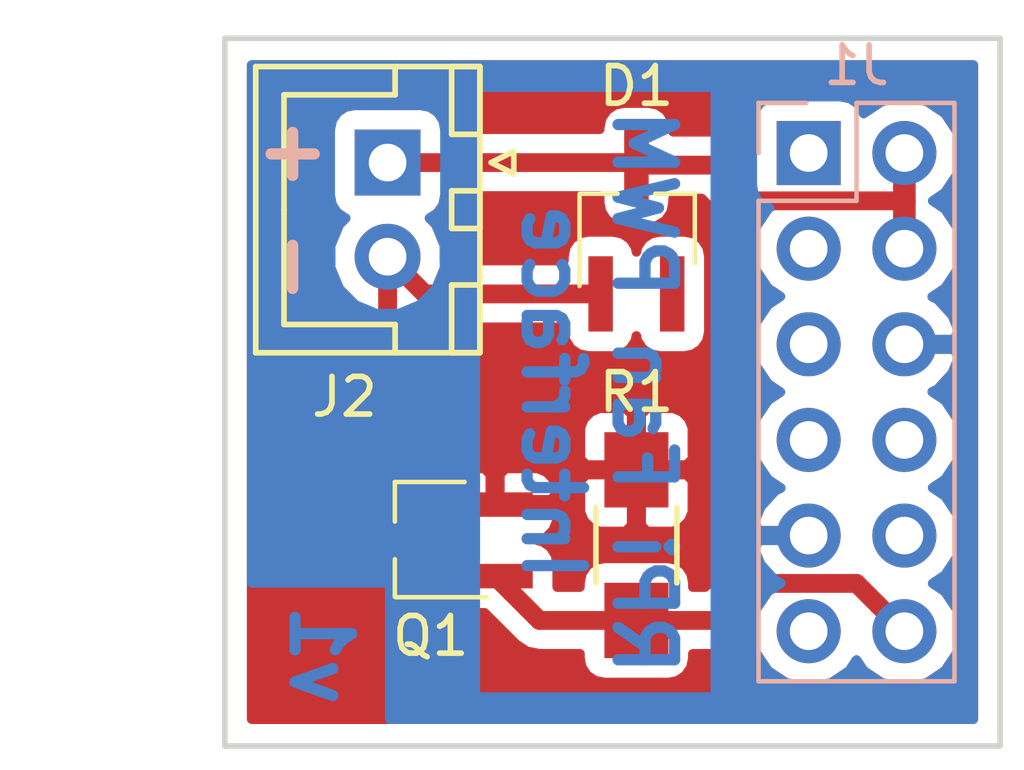
<source format=kicad_pcb>
(kicad_pcb (version 4) (host pcbnew 4.0.6)

  (general
    (links 10)
    (no_connects 0)
    (area 109.144999 87.046999 129.869001 105.993001)
    (thickness 1.6)
    (drawings 7)
    (tracks 18)
    (zones 0)
    (modules 5)
    (nets 13)
  )

  (page A4)
  (layers
    (0 Top signal)
    (31 Bottom signal)
    (34 B.Paste user)
    (35 F.Paste user)
    (36 B.SilkS user)
    (37 F.SilkS user)
    (38 B.Mask user)
    (39 F.Mask user)
    (40 Dwgs.User user)
    (41 Cmts.User user)
    (42 Eco1.User user)
    (43 Eco2.User user)
    (44 Edge.Cuts user)
    (45 Margin user)
    (47 F.CrtYd user)
    (49 F.Fab user)
  )

  (setup
    (last_trace_width 0.006)
    (trace_clearance 0.006)
    (zone_clearance 0.508)
    (zone_45_only yes)
    (trace_min 0.006)
    (segment_width 0.2)
    (edge_width 0.15)
    (via_size 0.027)
    (via_drill 0.013)
    (via_min_size 0.027)
    (via_min_drill 0.013)
    (uvia_size 0.03)
    (uvia_drill 0.02)
    (uvias_allowed no)
    (uvia_min_size 0)
    (uvia_min_drill 0)
    (pcb_text_width 0.3)
    (pcb_text_size 1.5 1.5)
    (mod_edge_width 0.15)
    (mod_text_size 1 1)
    (mod_text_width 0.15)
    (pad_size 1.524 1.524)
    (pad_drill 0.762)
    (pad_to_mask_clearance 0.2)
    (aux_axis_origin 0 0)
    (visible_elements FFFFFF7F)
    (pcbplotparams
      (layerselection 0x00030_80000001)
      (usegerberextensions false)
      (excludeedgelayer true)
      (linewidth 0.100000)
      (plotframeref false)
      (viasonmask false)
      (mode 1)
      (useauxorigin false)
      (hpglpennumber 1)
      (hpglpenspeed 20)
      (hpglpendiameter 15)
      (hpglpenoverlay 2)
      (psnegative false)
      (psa4output false)
      (plotreference true)
      (plotvalue true)
      (plotinvisibletext false)
      (padsonsilk false)
      (subtractmaskfromsilk false)
      (outputformat 1)
      (mirror false)
      (drillshape 1)
      (scaleselection 1)
      (outputdirectory ""))
  )

  (net 0 "")
  (net 1 +5V)
  (net 2 "Net-(D1-Pad2)")
  (net 3 +3V3)
  (net 4 "Net-(J1-Pad3)")
  (net 5 "Net-(J1-Pad5)")
  (net 6 GND)
  (net 7 "Net-(J1-Pad7)")
  (net 8 "Net-(J1-Pad8)")
  (net 9 "Net-(J1-Pad10)")
  (net 10 "Net-(J1-Pad11)")
  (net 11 "Net-(J1-Pad12)")
  (net 12 "Net-(D1-Pad1)")

  (net_class Default "This is the default net class."
    (clearance 0.006)
    (trace_width 0.006)
    (via_dia 0.027)
    (via_drill 0.013)
    (uvia_dia 0.03)
    (uvia_drill 0.02)
  )

  (net_class pwr ""
    (clearance 0.06)
    (trace_width 0.5)
    (via_dia 0.027)
    (via_drill 0.013)
    (uvia_dia 0.03)
    (uvia_drill 0.02)
    (add_net +3V3)
    (add_net +5V)
    (add_net GND)
    (add_net "Net-(D1-Pad1)")
    (add_net "Net-(J1-Pad10)")
    (add_net "Net-(J1-Pad11)")
    (add_net "Net-(J1-Pad12)")
    (add_net "Net-(J1-Pad3)")
    (add_net "Net-(J1-Pad5)")
    (add_net "Net-(J1-Pad7)")
    (add_net "Net-(J1-Pad8)")
  )

  (net_class sig ""
    (clearance 0.03)
    (trace_width 0.45)
    (via_dia 0.027)
    (via_drill 0.013)
    (uvia_dia 0.03)
    (uvia_drill 0.02)
    (add_net "Net-(D1-Pad2)")
  )

  (module TO_SOT_Packages_SMD:TSOT-23_HandSoldering (layer Top) (tedit 595EB9D0) (tstamp 596E1AF5)
    (at 120.142 92.202 90)
    (descr "5-pin TSOT23 package, http://cds.linear.com/docs/en/packaging/SOT_5_05-08-1635.pdf")
    (tags "TSOT-23 Hand-soldering")
    (path /5959CCA6)
    (attr smd)
    (fp_text reference D1 (at 3.81 0 360) (layer F.SilkS)
      (effects (font (size 1 1) (thickness 0.15)))
    )
    (fp_text value Schottky (at 0.127 -1.016 90) (layer F.Fab)
      (effects (font (size 1 1) (thickness 0.15)))
    )
    (fp_line (start 0.95 0.5) (end 0.95 1.55) (layer F.SilkS) (width 0.12))
    (fp_line (start 0.95 1.55) (end -0.9 1.55) (layer F.SilkS) (width 0.12))
    (fp_line (start 0.95 -1.5) (end 0.95 -0.5) (layer F.SilkS) (width 0.12))
    (fp_line (start 0.93 -1.51) (end -1.5 -1.51) (layer F.SilkS) (width 0.12))
    (fp_line (start -0.88 -1) (end -0.43 -1.45) (layer F.Fab) (width 0.1))
    (fp_line (start 0.88 -1.45) (end -0.43 -1.45) (layer F.Fab) (width 0.1))
    (fp_line (start -0.88 -1) (end -0.88 1.45) (layer F.Fab) (width 0.1))
    (fp_line (start 0.88 1.45) (end -0.88 1.45) (layer F.Fab) (width 0.1))
    (fp_line (start 0.88 -1.45) (end 0.88 1.45) (layer F.Fab) (width 0.1))
    (fp_line (start -2.96 -1.7) (end 2.96 -1.7) (layer F.CrtYd) (width 0.05))
    (fp_line (start -2.96 -1.7) (end -2.96 1.7) (layer F.CrtYd) (width 0.05))
    (fp_line (start 2.96 1.7) (end 2.96 -1.7) (layer F.CrtYd) (width 0.05))
    (fp_line (start 2.96 1.7) (end -2.96 1.7) (layer F.CrtYd) (width 0.05))
    (pad 1 smd rect (at -1.71 -0.95 90) (size 2 0.65) (layers Top F.Paste F.Mask)
      (net 12 "Net-(D1-Pad1)"))
    (pad 2 smd rect (at -1.71 0.95 90) (size 2 0.65) (layers Top F.Paste F.Mask)
      (net 2 "Net-(D1-Pad2)"))
    (pad 3 smd rect (at 1.71 0 90) (size 2 0.65) (layers Top F.Paste F.Mask)
      (net 1 +5V))
  )

  (module Connectors_JST:JST_XH_B02B-XH-A_02x2.50mm_Straight (layer Top) (tedit 595EB8BB) (tstamp 596E1B54)
    (at 113.538 90.424 270)
    (descr "JST XH series connector, B02B-XH-A, top entry type, through hole")
    (tags "connector jst xh tht top vertical 2.50mm")
    (path /5959CC43)
    (fp_text reference J2 (at 6.223 1.143 360) (layer F.SilkS)
      (effects (font (size 1 1) (thickness 0.15)))
    )
    (fp_text value JST_XH_01X02 (at 2.413 4.445 270) (layer F.Fab)
      (effects (font (size 1 1) (thickness 0.15)))
    )
    (fp_line (start -2.95 -2.85) (end -2.95 3.9) (layer F.CrtYd) (width 0.05))
    (fp_line (start -2.95 3.9) (end 5.45 3.9) (layer F.CrtYd) (width 0.05))
    (fp_line (start 5.45 3.9) (end 5.45 -2.85) (layer F.CrtYd) (width 0.05))
    (fp_line (start 5.45 -2.85) (end -2.95 -2.85) (layer F.CrtYd) (width 0.05))
    (fp_line (start -2.55 -2.45) (end -2.55 3.5) (layer F.SilkS) (width 0.15))
    (fp_line (start -2.55 3.5) (end 5.05 3.5) (layer F.SilkS) (width 0.15))
    (fp_line (start 5.05 3.5) (end 5.05 -2.45) (layer F.SilkS) (width 0.15))
    (fp_line (start 5.05 -2.45) (end -2.55 -2.45) (layer F.SilkS) (width 0.15))
    (fp_line (start 0.75 -2.45) (end 0.75 -1.7) (layer F.SilkS) (width 0.15))
    (fp_line (start 0.75 -1.7) (end 1.75 -1.7) (layer F.SilkS) (width 0.15))
    (fp_line (start 1.75 -1.7) (end 1.75 -2.45) (layer F.SilkS) (width 0.15))
    (fp_line (start 1.75 -2.45) (end 0.75 -2.45) (layer F.SilkS) (width 0.15))
    (fp_line (start -2.55 -2.45) (end -2.55 -1.7) (layer F.SilkS) (width 0.15))
    (fp_line (start -2.55 -1.7) (end -0.75 -1.7) (layer F.SilkS) (width 0.15))
    (fp_line (start -0.75 -1.7) (end -0.75 -2.45) (layer F.SilkS) (width 0.15))
    (fp_line (start -0.75 -2.45) (end -2.55 -2.45) (layer F.SilkS) (width 0.15))
    (fp_line (start 3.25 -2.45) (end 3.25 -1.7) (layer F.SilkS) (width 0.15))
    (fp_line (start 3.25 -1.7) (end 5.05 -1.7) (layer F.SilkS) (width 0.15))
    (fp_line (start 5.05 -1.7) (end 5.05 -2.45) (layer F.SilkS) (width 0.15))
    (fp_line (start 5.05 -2.45) (end 3.25 -2.45) (layer F.SilkS) (width 0.15))
    (fp_line (start -2.55 -0.2) (end -1.8 -0.2) (layer F.SilkS) (width 0.15))
    (fp_line (start -1.8 -0.2) (end -1.8 2.75) (layer F.SilkS) (width 0.15))
    (fp_line (start -1.8 2.75) (end 1.25 2.75) (layer F.SilkS) (width 0.15))
    (fp_line (start 5.05 -0.2) (end 4.3 -0.2) (layer F.SilkS) (width 0.15))
    (fp_line (start 4.3 -0.2) (end 4.3 2.75) (layer F.SilkS) (width 0.15))
    (fp_line (start 4.3 2.75) (end 1.25 2.75) (layer F.SilkS) (width 0.15))
    (fp_line (start 0 -2.75) (end -0.3 -3.35) (layer F.SilkS) (width 0.15))
    (fp_line (start -0.3 -3.35) (end 0.3 -3.35) (layer F.SilkS) (width 0.15))
    (fp_line (start 0.3 -3.35) (end 0 -2.75) (layer F.SilkS) (width 0.15))
    (pad 1 thru_hole rect (at 0 0 270) (size 1.75 1.75) (drill 1) (layers *.Cu *.Mask)
      (net 1 +5V))
    (pad 2 thru_hole circle (at 2.5 0 270) (size 1.75 1.75) (drill 1) (layers *.Cu *.Mask)
      (net 12 "Net-(D1-Pad1)"))
    (model Connectors_JST.3dshapes/JST_XH_B02B-XH-A_02x2.50mm_Straight.wrl
      (at (xyz 0 0 0))
      (scale (xyz 1 1 1))
      (rotate (xyz 0 0 0))
    )
  )

  (module TO_SOT_Packages_SMD:TSOT-23_HandSoldering (layer Top) (tedit 595EBC9F) (tstamp 596E1B68)
    (at 114.681 100.457 180)
    (descr "5-pin TSOT23 package, http://cds.linear.com/docs/en/packaging/SOT_5_05-08-1635.pdf")
    (tags "TSOT-23 Hand-soldering")
    (path /5959C9B5)
    (attr smd)
    (fp_text reference Q1 (at 0 -2.54 360) (layer F.SilkS)
      (effects (font (size 1 1) (thickness 0.15)))
    )
    (fp_text value MOSFET (at 0.127 0.889 180) (layer F.Fab)
      (effects (font (size 1 1) (thickness 0.15)))
    )
    (fp_line (start 0.95 0.5) (end 0.95 1.55) (layer F.SilkS) (width 0.12))
    (fp_line (start 0.95 1.55) (end -0.9 1.55) (layer F.SilkS) (width 0.12))
    (fp_line (start 0.95 -1.5) (end 0.95 -0.5) (layer F.SilkS) (width 0.12))
    (fp_line (start 0.93 -1.51) (end -1.5 -1.51) (layer F.SilkS) (width 0.12))
    (fp_line (start -0.88 -1) (end -0.43 -1.45) (layer F.Fab) (width 0.1))
    (fp_line (start 0.88 -1.45) (end -0.43 -1.45) (layer F.Fab) (width 0.1))
    (fp_line (start -0.88 -1) (end -0.88 1.45) (layer F.Fab) (width 0.1))
    (fp_line (start 0.88 1.45) (end -0.88 1.45) (layer F.Fab) (width 0.1))
    (fp_line (start 0.88 -1.45) (end 0.88 1.45) (layer F.Fab) (width 0.1))
    (fp_line (start -2.96 -1.7) (end 2.96 -1.7) (layer F.CrtYd) (width 0.05))
    (fp_line (start -2.96 -1.7) (end -2.96 1.7) (layer F.CrtYd) (width 0.05))
    (fp_line (start 2.96 1.7) (end 2.96 -1.7) (layer F.CrtYd) (width 0.05))
    (fp_line (start 2.96 1.7) (end -2.96 1.7) (layer F.CrtYd) (width 0.05))
    (pad 1 smd rect (at -1.71 -0.95 180) (size 2 0.65) (layers Top F.Paste F.Mask)
      (net 11 "Net-(J1-Pad12)"))
    (pad 2 smd rect (at -1.71 0.95 180) (size 2 0.65) (layers Top F.Paste F.Mask)
      (net 6 GND))
    (pad 3 smd rect (at 1.71 0 180) (size 2 0.65) (layers Top F.Paste F.Mask)
      (net 12 "Net-(D1-Pad1)"))
  )

  (module Resistors_SMD:R_1206_HandSoldering (layer Top) (tedit 595EB8B1) (tstamp 596E1B78)
    (at 120.142 100.584 90)
    (descr "Resistor SMD 1206, hand soldering")
    (tags "resistor 1206")
    (path /5959CF6B)
    (attr smd)
    (fp_text reference R1 (at 4.064 0 180) (layer F.SilkS)
      (effects (font (size 1 1) (thickness 0.15)))
    )
    (fp_text value 100K (at 0 2.3 90) (layer F.Fab)
      (effects (font (size 1 1) (thickness 0.15)))
    )
    (fp_line (start -1.6 0.8) (end -1.6 -0.8) (layer F.Fab) (width 0.1))
    (fp_line (start 1.6 0.8) (end -1.6 0.8) (layer F.Fab) (width 0.1))
    (fp_line (start 1.6 -0.8) (end 1.6 0.8) (layer F.Fab) (width 0.1))
    (fp_line (start -1.6 -0.8) (end 1.6 -0.8) (layer F.Fab) (width 0.1))
    (fp_line (start -3.3 -1.2) (end 3.3 -1.2) (layer F.CrtYd) (width 0.05))
    (fp_line (start -3.3 1.2) (end 3.3 1.2) (layer F.CrtYd) (width 0.05))
    (fp_line (start -3.3 -1.2) (end -3.3 1.2) (layer F.CrtYd) (width 0.05))
    (fp_line (start 3.3 -1.2) (end 3.3 1.2) (layer F.CrtYd) (width 0.05))
    (fp_line (start 1 1.075) (end -1 1.075) (layer F.SilkS) (width 0.15))
    (fp_line (start -1 -1.075) (end 1 -1.075) (layer F.SilkS) (width 0.15))
    (pad 1 smd rect (at -2 0 90) (size 2 1.7) (layers Top F.Paste F.Mask)
      (net 11 "Net-(J1-Pad12)"))
    (pad 2 smd rect (at 2 0 90) (size 2 1.7) (layers Top F.Paste F.Mask)
      (net 6 GND))
    (model Resistors_SMD.3dshapes/R_1206_HandSoldering.wrl
      (at (xyz 0 0 0))
      (scale (xyz 1 1 1))
      (rotate (xyz 0 0 0))
    )
  )

  (module Socket_Strips:Socket_Strip_Straight_2x06_Pitch2.54mm (layer Bottom) (tedit 588DE958) (tstamp 599A493E)
    (at 124.714 90.17 180)
    (descr "Through hole straight socket strip, 2x06, 2.54mm pitch, double rows")
    (tags "Through hole socket strip THT 2x06 2.54mm double row")
    (path /5959C8A6)
    (fp_text reference J1 (at -1.27 2.33 180) (layer B.SilkS)
      (effects (font (size 1 1) (thickness 0.15)) (justify mirror))
    )
    (fp_text value CONN_02X06 (at -1.27 -15.03 180) (layer B.Fab)
      (effects (font (size 1 1) (thickness 0.15)) (justify mirror))
    )
    (fp_line (start -3.81 1.27) (end -3.81 -13.97) (layer B.Fab) (width 0.1))
    (fp_line (start -3.81 -13.97) (end 1.27 -13.97) (layer B.Fab) (width 0.1))
    (fp_line (start 1.27 -13.97) (end 1.27 1.27) (layer B.Fab) (width 0.1))
    (fp_line (start 1.27 1.27) (end -3.81 1.27) (layer B.Fab) (width 0.1))
    (fp_line (start 1.33 -1.27) (end 1.33 -14.03) (layer B.SilkS) (width 0.12))
    (fp_line (start 1.33 -14.03) (end -3.87 -14.03) (layer B.SilkS) (width 0.12))
    (fp_line (start -3.87 -14.03) (end -3.87 1.33) (layer B.SilkS) (width 0.12))
    (fp_line (start -3.87 1.33) (end -1.27 1.33) (layer B.SilkS) (width 0.12))
    (fp_line (start -1.27 1.33) (end -1.27 -1.27) (layer B.SilkS) (width 0.12))
    (fp_line (start -1.27 -1.27) (end 1.33 -1.27) (layer B.SilkS) (width 0.12))
    (fp_line (start 1.33 0) (end 1.33 1.33) (layer B.SilkS) (width 0.12))
    (fp_line (start 1.33 1.33) (end 0.06 1.33) (layer B.SilkS) (width 0.12))
    (fp_line (start -4.1 1.55) (end -4.1 -14.25) (layer B.CrtYd) (width 0.05))
    (fp_line (start -4.1 -14.25) (end 1.55 -14.25) (layer B.CrtYd) (width 0.05))
    (fp_line (start 1.55 -14.25) (end 1.55 1.55) (layer B.CrtYd) (width 0.05))
    (fp_line (start 1.55 1.55) (end -4.1 1.55) (layer B.CrtYd) (width 0.05))
    (pad 1 thru_hole rect (at 0 0 180) (size 1.7 1.7) (drill 1) (layers *.Cu *.Mask)
      (net 3 +3V3))
    (pad 2 thru_hole oval (at -2.54 0 180) (size 1.7 1.7) (drill 1) (layers *.Cu *.Mask)
      (net 1 +5V))
    (pad 3 thru_hole oval (at 0 -2.54 180) (size 1.7 1.7) (drill 1) (layers *.Cu *.Mask)
      (net 4 "Net-(J1-Pad3)"))
    (pad 4 thru_hole oval (at -2.54 -2.54 180) (size 1.7 1.7) (drill 1) (layers *.Cu *.Mask)
      (net 1 +5V))
    (pad 5 thru_hole oval (at 0 -5.08 180) (size 1.7 1.7) (drill 1) (layers *.Cu *.Mask)
      (net 5 "Net-(J1-Pad5)"))
    (pad 6 thru_hole oval (at -2.54 -5.08 180) (size 1.7 1.7) (drill 1) (layers *.Cu *.Mask)
      (net 6 GND))
    (pad 7 thru_hole oval (at 0 -7.62 180) (size 1.7 1.7) (drill 1) (layers *.Cu *.Mask)
      (net 7 "Net-(J1-Pad7)"))
    (pad 8 thru_hole oval (at -2.54 -7.62 180) (size 1.7 1.7) (drill 1) (layers *.Cu *.Mask)
      (net 8 "Net-(J1-Pad8)"))
    (pad 9 thru_hole oval (at 0 -10.16 180) (size 1.7 1.7) (drill 1) (layers *.Cu *.Mask)
      (net 6 GND))
    (pad 10 thru_hole oval (at -2.54 -10.16 180) (size 1.7 1.7) (drill 1) (layers *.Cu *.Mask)
      (net 9 "Net-(J1-Pad10)"))
    (pad 11 thru_hole oval (at 0 -12.7 180) (size 1.7 1.7) (drill 1) (layers *.Cu *.Mask)
      (net 10 "Net-(J1-Pad11)"))
    (pad 12 thru_hole oval (at -2.54 -12.7 180) (size 1.7 1.7) (drill 1) (layers *.Cu *.Mask)
      (net 11 "Net-(J1-Pad12)"))
    (model Socket_Strips.3dshapes/Socket_Strip_Straight_2x06_Pitch2.54mm.wrl
      (at (xyz -0.05 -0.25 0))
      (scale (xyz 1 1 1))
      (rotate (xyz 0 0 270))
    )
  )

  (gr_text "- +" (at 111.125 91.694 270) (layer B.SilkS)
    (effects (font (size 1.5 1.5) (thickness 0.3)) (justify mirror))
  )
  (gr_text v1 (at 111.76 103.505 270) (layer Bottom)
    (effects (font (size 1.5 1.5) (thickness 0.3)) (justify mirror))
  )
  (gr_text "RPi Fan PWM\nInterface" (at 119.126 96.52 270) (layer Bottom)
    (effects (font (size 1.5 1.5) (thickness 0.3)) (justify mirror))
  )
  (gr_line (start 109.22 87.122) (end 129.794 87.122) (angle 90) (layer Edge.Cuts) (width 0.15))
  (gr_line (start 109.22 105.918) (end 109.22 87.122) (angle 90) (layer Edge.Cuts) (width 0.15))
  (gr_line (start 129.794 105.918) (end 109.22 105.918) (angle 90) (layer Edge.Cuts) (width 0.15))
  (gr_line (start 129.794 87.122) (end 129.794 105.918) (angle 90) (layer Edge.Cuts) (width 0.15))

  (segment (start 113.538 90.424) (end 120.074 90.424) (width 0.5) (layer Top) (net 1))
  (segment (start 120.074 90.424) (end 120.142 90.492) (width 0.5) (layer Top) (net 1) (tstamp 59A2C4B7))
  (segment (start 120.142 90.492) (end 122.242 90.492) (width 0.5) (layer Top) (net 1) (tstamp 59A2C4B8))
  (segment (start 123.19 91.44) (end 127.254 91.44) (width 0.5) (layer Top) (net 1) (tstamp 59A2C3EE))
  (segment (start 122.242 90.492) (end 123.19 91.44) (width 0.5) (layer Top) (net 1) (tstamp 59A2C3ED))
  (segment (start 127.254 92.71) (end 127.254 91.44) (width 0.6) (layer Top) (net 1))
  (segment (start 127.254 91.44) (end 127.254 90.17) (width 0.6) (layer Top) (net 1) (tstamp 59A2C3F1))
  (segment (start 120.142 102.584) (end 117.568 102.584) (width 0.5) (layer Top) (net 11))
  (segment (start 117.568 102.584) (end 116.391 101.407) (width 0.5) (layer Top) (net 11) (tstamp 59A2C4D0))
  (segment (start 120.142 102.584) (end 122.333 102.584) (width 0.5) (layer Top) (net 11))
  (segment (start 122.333 102.584) (end 123.317 101.6) (width 0.5) (layer Top) (net 11) (tstamp 59A2C468))
  (segment (start 125.984 101.6) (end 127.254 102.87) (width 0.5) (layer Top) (net 11))
  (segment (start 125.984 101.6) (end 123.317 101.6) (width 0.5) (layer Top) (net 11) (tstamp 59A2C3D2))
  (segment (start 119.192 93.912) (end 114.526 93.912) (width 0.5) (layer Top) (net 12) (status 400000))
  (segment (start 114.526 93.912) (end 113.538 92.924) (width 0.5) (layer Top) (net 12) (tstamp 59A2C509) (status 800000))
  (segment (start 112.971 100.457) (end 112.971 97.341) (width 0.5) (layer Top) (net 12))
  (segment (start 113.538 96.774) (end 113.538 92.924) (width 0.5) (layer Top) (net 12) (tstamp 59A2C501))
  (segment (start 112.971 97.341) (end 113.538 96.774) (width 0.5) (layer Top) (net 12) (tstamp 59A2C500))

  (zone (net 6) (net_name GND) (layer Top) (tstamp 59915A1B) (hatch edge 0.508)
    (connect_pads (clearance 0.508))
    (min_thickness 0.254)
    (fill yes (arc_segments 16) (thermal_gap 0.508) (thermal_bridge_width 0.508))
    (polygon
      (pts
        (xy 130.429 86.106) (xy 130.429 106.553) (xy 103.251 106.553) (xy 103.251 86.106) (xy 103.886 86.106)
      )
    )
    (filled_polygon
      (pts
        (xy 129.084 105.208) (xy 109.93 105.208) (xy 109.93 100.132) (xy 111.32356 100.132) (xy 111.32356 100.782)
        (xy 111.367838 101.017317) (xy 111.50691 101.233441) (xy 111.71911 101.378431) (xy 111.971 101.42944) (xy 113.971 101.42944)
        (xy 114.206317 101.385162) (xy 114.422441 101.24609) (xy 114.567431 101.03389) (xy 114.61844 100.782) (xy 114.61844 100.132)
        (xy 114.574162 99.896683) (xy 114.43509 99.680559) (xy 114.22289 99.535569) (xy 113.971 99.48456) (xy 113.856 99.48456)
        (xy 113.856 99.05569) (xy 114.756 99.05569) (xy 114.756 99.22125) (xy 114.91475 99.38) (xy 116.264 99.38)
        (xy 116.264 98.70575) (xy 116.518 98.70575) (xy 116.518 99.38) (xy 117.86725 99.38) (xy 118.026 99.22125)
        (xy 118.026 99.05569) (xy 117.948982 98.86975) (xy 118.657 98.86975) (xy 118.657 99.710309) (xy 118.753673 99.943698)
        (xy 118.932301 100.122327) (xy 119.16569 100.219) (xy 119.85625 100.219) (xy 120.015 100.06025) (xy 120.015 98.711)
        (xy 120.269 98.711) (xy 120.269 100.06025) (xy 120.42775 100.219) (xy 121.11831 100.219) (xy 121.351699 100.122327)
        (xy 121.530327 99.943698) (xy 121.627 99.710309) (xy 121.627 98.86975) (xy 121.46825 98.711) (xy 120.269 98.711)
        (xy 120.015 98.711) (xy 118.81575 98.711) (xy 118.657 98.86975) (xy 117.948982 98.86975) (xy 117.929327 98.822301)
        (xy 117.750698 98.643673) (xy 117.517309 98.547) (xy 116.67675 98.547) (xy 116.518 98.70575) (xy 116.264 98.70575)
        (xy 116.10525 98.547) (xy 115.264691 98.547) (xy 115.031302 98.643673) (xy 114.852673 98.822301) (xy 114.756 99.05569)
        (xy 113.856 99.05569) (xy 113.856 97.70758) (xy 114.105888 97.457691) (xy 118.657 97.457691) (xy 118.657 98.29825)
        (xy 118.81575 98.457) (xy 120.015 98.457) (xy 120.015 97.10775) (xy 120.269 97.10775) (xy 120.269 98.457)
        (xy 121.46825 98.457) (xy 121.627 98.29825) (xy 121.627 97.457691) (xy 121.530327 97.224302) (xy 121.351699 97.045673)
        (xy 121.11831 96.949) (xy 120.42775 96.949) (xy 120.269 97.10775) (xy 120.015 97.10775) (xy 119.85625 96.949)
        (xy 119.16569 96.949) (xy 118.932301 97.045673) (xy 118.753673 97.224302) (xy 118.657 97.457691) (xy 114.105888 97.457691)
        (xy 114.163787 97.399792) (xy 114.16379 97.39979) (xy 114.355633 97.112675) (xy 114.377583 97.002325) (xy 114.423001 96.774)
        (xy 114.423 96.773995) (xy 114.423 94.776513) (xy 114.526 94.797001) (xy 114.526005 94.797) (xy 118.21956 94.797)
        (xy 118.21956 94.912) (xy 118.263838 95.147317) (xy 118.40291 95.363441) (xy 118.61511 95.508431) (xy 118.867 95.55944)
        (xy 119.517 95.55944) (xy 119.752317 95.515162) (xy 119.968441 95.37609) (xy 120.113431 95.16389) (xy 120.141176 95.02688)
        (xy 120.163838 95.147317) (xy 120.30291 95.363441) (xy 120.51511 95.508431) (xy 120.767 95.55944) (xy 121.417 95.55944)
        (xy 121.652317 95.515162) (xy 121.868441 95.37609) (xy 122.013431 95.16389) (xy 122.06444 94.912) (xy 122.06444 92.912)
        (xy 122.020162 92.676683) (xy 121.88109 92.460559) (xy 121.66889 92.315569) (xy 121.417 92.26456) (xy 120.767 92.26456)
        (xy 120.531683 92.308838) (xy 120.315559 92.44791) (xy 120.170569 92.66011) (xy 120.142824 92.79712) (xy 120.120162 92.676683)
        (xy 119.98109 92.460559) (xy 119.76889 92.315569) (xy 119.517 92.26456) (xy 118.867 92.26456) (xy 118.631683 92.308838)
        (xy 118.415559 92.44791) (xy 118.270569 92.66011) (xy 118.21956 92.912) (xy 118.21956 93.027) (xy 115.047911 93.027)
        (xy 115.048262 92.62496) (xy 114.818862 92.069771) (xy 114.650283 91.900897) (xy 114.864441 91.76309) (xy 115.009431 91.55089)
        (xy 115.058415 91.309) (xy 119.16956 91.309) (xy 119.16956 91.492) (xy 119.213838 91.727317) (xy 119.35291 91.943441)
        (xy 119.56511 92.088431) (xy 119.817 92.13944) (xy 120.467 92.13944) (xy 120.702317 92.095162) (xy 120.918441 91.95609)
        (xy 121.063431 91.74389) (xy 121.11444 91.492) (xy 121.11444 91.377) (xy 121.87542 91.377) (xy 122.564208 92.065787)
        (xy 122.56421 92.06579) (xy 122.851325 92.257633) (xy 123.19 92.325) (xy 123.276488 92.325) (xy 123.199907 92.71)
        (xy 123.312946 93.278285) (xy 123.634853 93.760054) (xy 123.964026 93.98) (xy 123.634853 94.199946) (xy 123.312946 94.681715)
        (xy 123.199907 95.25) (xy 123.312946 95.818285) (xy 123.634853 96.300054) (xy 123.964026 96.52) (xy 123.634853 96.739946)
        (xy 123.312946 97.221715) (xy 123.199907 97.79) (xy 123.312946 98.358285) (xy 123.634853 98.840054) (xy 123.975553 99.067702)
        (xy 123.832642 99.134817) (xy 123.442355 99.563076) (xy 123.272524 99.97311) (xy 123.393845 100.203) (xy 124.587 100.203)
        (xy 124.587 100.183) (xy 124.841 100.183) (xy 124.841 100.203) (xy 124.861 100.203) (xy 124.861 100.457)
        (xy 124.841 100.457) (xy 124.841 100.477) (xy 124.587 100.477) (xy 124.587 100.457) (xy 123.393845 100.457)
        (xy 123.272524 100.68689) (xy 123.286666 100.721033) (xy 122.984142 100.78121) (xy 122.978325 100.782367) (xy 122.69121 100.97421)
        (xy 122.691208 100.974213) (xy 121.96642 101.699) (xy 121.63944 101.699) (xy 121.63944 101.584) (xy 121.595162 101.348683)
        (xy 121.45609 101.132559) (xy 121.24389 100.987569) (xy 120.992 100.93656) (xy 119.292 100.93656) (xy 119.056683 100.980838)
        (xy 118.840559 101.11991) (xy 118.695569 101.33211) (xy 118.64456 101.584) (xy 118.64456 101.699) (xy 118.03844 101.699)
        (xy 118.03844 101.082) (xy 117.994162 100.846683) (xy 117.85509 100.630559) (xy 117.64289 100.485569) (xy 117.528435 100.462391)
        (xy 117.750698 100.370327) (xy 117.929327 100.191699) (xy 118.026 99.95831) (xy 118.026 99.79275) (xy 117.86725 99.634)
        (xy 116.518 99.634) (xy 116.518 99.654) (xy 116.264 99.654) (xy 116.264 99.634) (xy 114.91475 99.634)
        (xy 114.756 99.79275) (xy 114.756 99.95831) (xy 114.852673 100.191699) (xy 115.031302 100.370327) (xy 115.250293 100.461036)
        (xy 115.155683 100.478838) (xy 114.939559 100.61791) (xy 114.794569 100.83011) (xy 114.74356 101.082) (xy 114.74356 101.732)
        (xy 114.787838 101.967317) (xy 114.92691 102.183441) (xy 115.13911 102.328431) (xy 115.391 102.37944) (xy 116.11186 102.37944)
        (xy 116.942208 103.209787) (xy 116.94221 103.20979) (xy 117.229325 103.401633) (xy 117.568 103.469) (xy 118.64456 103.469)
        (xy 118.64456 103.584) (xy 118.688838 103.819317) (xy 118.82791 104.035441) (xy 119.04011 104.180431) (xy 119.292 104.23144)
        (xy 120.992 104.23144) (xy 121.227317 104.187162) (xy 121.443441 104.04809) (xy 121.588431 103.83589) (xy 121.63944 103.584)
        (xy 121.63944 103.469) (xy 122.332995 103.469) (xy 122.333 103.469001) (xy 122.615484 103.41281) (xy 122.671675 103.401633)
        (xy 122.95879 103.20979) (xy 123.216278 102.952302) (xy 123.312946 103.438285) (xy 123.634853 103.920054) (xy 124.116622 104.241961)
        (xy 124.684907 104.355) (xy 124.743093 104.355) (xy 125.311378 104.241961) (xy 125.793147 103.920054) (xy 125.984 103.634422)
        (xy 126.174853 103.920054) (xy 126.656622 104.241961) (xy 127.224907 104.355) (xy 127.283093 104.355) (xy 127.851378 104.241961)
        (xy 128.333147 103.920054) (xy 128.655054 103.438285) (xy 128.768093 102.87) (xy 128.655054 102.301715) (xy 128.333147 101.819946)
        (xy 128.003974 101.6) (xy 128.333147 101.380054) (xy 128.655054 100.898285) (xy 128.768093 100.33) (xy 128.655054 99.761715)
        (xy 128.333147 99.279946) (xy 128.003974 99.06) (xy 128.333147 98.840054) (xy 128.655054 98.358285) (xy 128.768093 97.79)
        (xy 128.655054 97.221715) (xy 128.333147 96.739946) (xy 127.992447 96.512298) (xy 128.135358 96.445183) (xy 128.525645 96.016924)
        (xy 128.695476 95.60689) (xy 128.574155 95.377) (xy 127.381 95.377) (xy 127.381 95.397) (xy 127.127 95.397)
        (xy 127.127 95.377) (xy 127.107 95.377) (xy 127.107 95.123) (xy 127.127 95.123) (xy 127.127 95.103)
        (xy 127.381 95.103) (xy 127.381 95.123) (xy 128.574155 95.123) (xy 128.695476 94.89311) (xy 128.525645 94.483076)
        (xy 128.135358 94.054817) (xy 127.992447 93.987702) (xy 128.333147 93.760054) (xy 128.655054 93.278285) (xy 128.768093 92.71)
        (xy 128.655054 92.141715) (xy 128.333147 91.659946) (xy 128.189 91.56363) (xy 128.189 91.31637) (xy 128.333147 91.220054)
        (xy 128.655054 90.738285) (xy 128.768093 90.17) (xy 128.655054 89.601715) (xy 128.333147 89.119946) (xy 127.851378 88.798039)
        (xy 127.283093 88.685) (xy 127.224907 88.685) (xy 126.656622 88.798039) (xy 126.174853 89.119946) (xy 126.174029 89.121179)
        (xy 126.167162 89.084683) (xy 126.02809 88.868559) (xy 125.81589 88.723569) (xy 125.564 88.67256) (xy 123.864 88.67256)
        (xy 123.628683 88.716838) (xy 123.412559 88.85591) (xy 123.267569 89.06811) (xy 123.21656 89.32) (xy 123.21656 90.21498)
        (xy 122.86779 89.86621) (xy 122.76602 89.79821) (xy 122.580675 89.674367) (xy 122.524484 89.66319) (xy 122.242 89.606999)
        (xy 122.241995 89.607) (xy 121.11444 89.607) (xy 121.11444 89.492) (xy 121.070162 89.256683) (xy 120.93109 89.040559)
        (xy 120.71889 88.895569) (xy 120.467 88.84456) (xy 119.817 88.84456) (xy 119.581683 88.888838) (xy 119.365559 89.02791)
        (xy 119.220569 89.24011) (xy 119.16956 89.492) (xy 119.16956 89.539) (xy 115.058558 89.539) (xy 115.016162 89.313683)
        (xy 114.87709 89.097559) (xy 114.66489 88.952569) (xy 114.413 88.90156) (xy 112.663 88.90156) (xy 112.427683 88.945838)
        (xy 112.211559 89.08491) (xy 112.066569 89.29711) (xy 112.01556 89.549) (xy 112.01556 91.299) (xy 112.059838 91.534317)
        (xy 112.19891 91.750441) (xy 112.41111 91.895431) (xy 112.427676 91.898786) (xy 112.25863 92.067537) (xy 112.028262 92.622325)
        (xy 112.027738 93.22304) (xy 112.257138 93.778229) (xy 112.653 94.174783) (xy 112.653 96.407421) (xy 112.34521 96.71521)
        (xy 112.153367 97.002325) (xy 112.153367 97.002326) (xy 112.085999 97.341) (xy 112.086 97.341005) (xy 112.086 99.48456)
        (xy 111.971 99.48456) (xy 111.735683 99.528838) (xy 111.519559 99.66791) (xy 111.374569 99.88011) (xy 111.32356 100.132)
        (xy 109.93 100.132) (xy 109.93 87.832) (xy 129.084 87.832)
      )
    )
  )
  (zone (net 6) (net_name GND) (layer Bottom) (tstamp 59915A1B) (hatch edge 0.508)
    (connect_pads (clearance 0.508))
    (min_thickness 0.254)
    (fill yes (arc_segments 16) (thermal_gap 0.508) (thermal_bridge_width 0.508))
    (polygon
      (pts
        (xy 130.429 86.106) (xy 130.429 106.553) (xy 103.251 106.553) (xy 103.251 86.106) (xy 103.886 86.106)
      )
    )
    (filled_polygon
      (pts
        (xy 129.084 105.208) (xy 113.595 105.208) (xy 113.595 101.584286) (xy 109.93 101.584286) (xy 109.93 89.549)
        (xy 112.01556 89.549) (xy 112.01556 91.299) (xy 112.059838 91.534317) (xy 112.19891 91.750441) (xy 112.41111 91.895431)
        (xy 112.427676 91.898786) (xy 112.25863 92.067537) (xy 112.028262 92.622325) (xy 112.027738 93.22304) (xy 112.257138 93.778229)
        (xy 112.681537 94.20337) (xy 113.236325 94.433738) (xy 113.83704 94.434262) (xy 114.392229 94.204862) (xy 114.81737 93.780463)
        (xy 115.047738 93.225675) (xy 115.048262 92.62496) (xy 114.818862 92.069771) (xy 114.650283 91.900897) (xy 114.864441 91.76309)
        (xy 115.009431 91.55089) (xy 115.06044 91.299) (xy 115.06044 89.549) (xy 115.016162 89.313683) (xy 114.87709 89.097559)
        (xy 114.66489 88.952569) (xy 114.413 88.90156) (xy 112.663 88.90156) (xy 112.427683 88.945838) (xy 112.211559 89.08491)
        (xy 112.066569 89.29711) (xy 112.01556 89.549) (xy 109.93 89.549) (xy 109.93 88.420714) (xy 115.866 88.420714)
        (xy 115.866 104.619286) (xy 122.236 104.619286) (xy 122.236 92.71) (xy 123.199907 92.71) (xy 123.312946 93.278285)
        (xy 123.634853 93.760054) (xy 123.964026 93.98) (xy 123.634853 94.199946) (xy 123.312946 94.681715) (xy 123.199907 95.25)
        (xy 123.312946 95.818285) (xy 123.634853 96.300054) (xy 123.964026 96.52) (xy 123.634853 96.739946) (xy 123.312946 97.221715)
        (xy 123.199907 97.79) (xy 123.312946 98.358285) (xy 123.634853 98.840054) (xy 123.975553 99.067702) (xy 123.832642 99.134817)
        (xy 123.442355 99.563076) (xy 123.272524 99.97311) (xy 123.393845 100.203) (xy 124.587 100.203) (xy 124.587 100.183)
        (xy 124.841 100.183) (xy 124.841 100.203) (xy 124.861 100.203) (xy 124.861 100.457) (xy 124.841 100.457)
        (xy 124.841 100.477) (xy 124.587 100.477) (xy 124.587 100.457) (xy 123.393845 100.457) (xy 123.272524 100.68689)
        (xy 123.442355 101.096924) (xy 123.832642 101.525183) (xy 123.975553 101.592298) (xy 123.634853 101.819946) (xy 123.312946 102.301715)
        (xy 123.199907 102.87) (xy 123.312946 103.438285) (xy 123.634853 103.920054) (xy 124.116622 104.241961) (xy 124.684907 104.355)
        (xy 124.743093 104.355) (xy 125.311378 104.241961) (xy 125.793147 103.920054) (xy 125.984 103.634422) (xy 126.174853 103.920054)
        (xy 126.656622 104.241961) (xy 127.224907 104.355) (xy 127.283093 104.355) (xy 127.851378 104.241961) (xy 128.333147 103.920054)
        (xy 128.655054 103.438285) (xy 128.768093 102.87) (xy 128.655054 102.301715) (xy 128.333147 101.819946) (xy 128.003974 101.6)
        (xy 128.333147 101.380054) (xy 128.655054 100.898285) (xy 128.768093 100.33) (xy 128.655054 99.761715) (xy 128.333147 99.279946)
        (xy 128.003974 99.06) (xy 128.333147 98.840054) (xy 128.655054 98.358285) (xy 128.768093 97.79) (xy 128.655054 97.221715)
        (xy 128.333147 96.739946) (xy 127.992447 96.512298) (xy 128.135358 96.445183) (xy 128.525645 96.016924) (xy 128.695476 95.60689)
        (xy 128.574155 95.377) (xy 127.381 95.377) (xy 127.381 95.397) (xy 127.127 95.397) (xy 127.127 95.377)
        (xy 127.107 95.377) (xy 127.107 95.123) (xy 127.127 95.123) (xy 127.127 95.103) (xy 127.381 95.103)
        (xy 127.381 95.123) (xy 128.574155 95.123) (xy 128.695476 94.89311) (xy 128.525645 94.483076) (xy 128.135358 94.054817)
        (xy 127.992447 93.987702) (xy 128.333147 93.760054) (xy 128.655054 93.278285) (xy 128.768093 92.71) (xy 128.655054 92.141715)
        (xy 128.333147 91.659946) (xy 128.003974 91.44) (xy 128.333147 91.220054) (xy 128.655054 90.738285) (xy 128.768093 90.17)
        (xy 128.655054 89.601715) (xy 128.333147 89.119946) (xy 127.851378 88.798039) (xy 127.283093 88.685) (xy 127.224907 88.685)
        (xy 126.656622 88.798039) (xy 126.174853 89.119946) (xy 126.174029 89.121179) (xy 126.167162 89.084683) (xy 126.02809 88.868559)
        (xy 125.81589 88.723569) (xy 125.564 88.67256) (xy 123.864 88.67256) (xy 123.628683 88.716838) (xy 123.412559 88.85591)
        (xy 123.267569 89.06811) (xy 123.21656 89.32) (xy 123.21656 91.02) (xy 123.260838 91.255317) (xy 123.39991 91.471441)
        (xy 123.61211 91.616431) (xy 123.679541 91.630086) (xy 123.634853 91.659946) (xy 123.312946 92.141715) (xy 123.199907 92.71)
        (xy 122.236 92.71) (xy 122.236 88.420714) (xy 115.866 88.420714) (xy 109.93 88.420714) (xy 109.93 87.832)
        (xy 129.084 87.832)
      )
    )
  )
)

</source>
